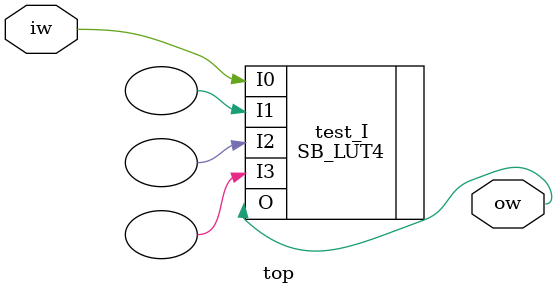
<source format=v>
module top (
    input wire iw,
    output wire ow
);

    localparam j = 2;

    (* A=2 *)
    (* B=j+1 *)
    SB_LUT4 #(
        .LUT_INIT(16'h0001)
    ) test_I (
        .I0(iw),
        .I1(),
        .I2(),
        .I3(),
        .O(ow)
    );

endmodule

</source>
